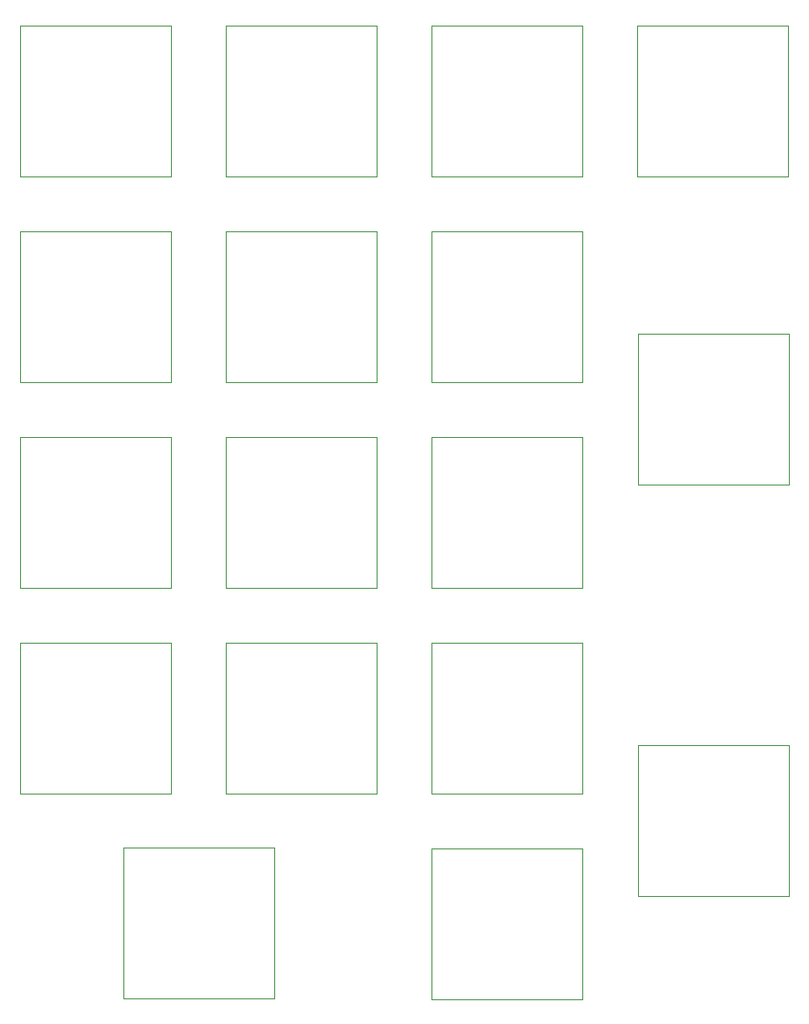
<source format=gbr>
G04 #@! TF.GenerationSoftware,KiCad,Pcbnew,(5.0.1)-3*
G04 #@! TF.CreationDate,2019-05-14T07:32:29-04:00*
G04 #@! TF.ProjectId,mulletpad-pcb,6D756C6C65747061642D7063622E6B69,rev?*
G04 #@! TF.SameCoordinates,Original*
G04 #@! TF.FileFunction,Legend,Top*
G04 #@! TF.FilePolarity,Positive*
%FSLAX46Y46*%
G04 Gerber Fmt 4.6, Leading zero omitted, Abs format (unit mm)*
G04 Created by KiCad (PCBNEW (5.0.1)-3) date 5/14/2019 7:32:29 AM*
%MOMM*%
%LPD*%
G01*
G04 APERTURE LIST*
%ADD10C,0.120000*%
G04 APERTURE END LIST*
D10*
G04 #@! TO.C,SW14*
X179451000Y-125857000D02*
X165481000Y-125857000D01*
X165481000Y-111887000D02*
X179451000Y-111887000D01*
X179451000Y-111887000D02*
X179451000Y-125857000D01*
X165481000Y-125857000D02*
X165481000Y-111887000D01*
X179451000Y-125857000D02*
X165481000Y-125857000D01*
X165481000Y-125857000D02*
X165481000Y-111887000D01*
X165481000Y-111887000D02*
X179451000Y-111887000D01*
X179451000Y-111887000D02*
X179451000Y-125857000D01*
G04 #@! TO.C,SW7*
X179451000Y-87757000D02*
X165481000Y-87757000D01*
X165481000Y-73787000D02*
X179451000Y-73787000D01*
X179451000Y-73787000D02*
X179451000Y-87757000D01*
X165481000Y-87757000D02*
X165481000Y-73787000D01*
X179451000Y-87757000D02*
X165481000Y-87757000D01*
X165481000Y-87757000D02*
X165481000Y-73787000D01*
X165481000Y-73787000D02*
X179451000Y-73787000D01*
X179451000Y-73787000D02*
X179451000Y-87757000D01*
G04 #@! TO.C,SW3*
X165354000Y-59182000D02*
X165354000Y-45212000D01*
X179324000Y-59182000D02*
X165354000Y-59182000D01*
X179324000Y-45212000D02*
X179324000Y-59182000D01*
X165354000Y-45212000D02*
X179324000Y-45212000D01*
G04 #@! TO.C,SW12*
X127254000Y-102362000D02*
X141224000Y-102362000D01*
X141224000Y-102362000D02*
X141224000Y-116332000D01*
X141224000Y-116332000D02*
X127254000Y-116332000D01*
X127254000Y-116332000D02*
X127254000Y-102362000D01*
G04 #@! TO.C,SW0*
X108204000Y-59182000D02*
X108204000Y-45212000D01*
X122174000Y-59182000D02*
X108204000Y-59182000D01*
X122174000Y-45212000D02*
X122174000Y-59182000D01*
X108204000Y-45212000D02*
X122174000Y-45212000D01*
G04 #@! TO.C,SW1*
X127254000Y-59182000D02*
X127254000Y-45212000D01*
X141224000Y-59182000D02*
X127254000Y-59182000D01*
X141224000Y-45212000D02*
X141224000Y-59182000D01*
X127254000Y-45212000D02*
X141224000Y-45212000D01*
G04 #@! TO.C,SW2*
X146304000Y-59182000D02*
X146304000Y-45212000D01*
X160274000Y-59182000D02*
X146304000Y-59182000D01*
X160274000Y-45212000D02*
X160274000Y-59182000D01*
X146304000Y-45212000D02*
X160274000Y-45212000D01*
G04 #@! TO.C,SW4*
X108204000Y-64262000D02*
X122174000Y-64262000D01*
X122174000Y-64262000D02*
X122174000Y-78232000D01*
X122174000Y-78232000D02*
X108204000Y-78232000D01*
X108204000Y-78232000D02*
X108204000Y-64262000D01*
G04 #@! TO.C,SW5*
X127254000Y-78232000D02*
X127254000Y-64262000D01*
X141224000Y-78232000D02*
X127254000Y-78232000D01*
X141224000Y-64262000D02*
X141224000Y-78232000D01*
X127254000Y-64262000D02*
X141224000Y-64262000D01*
G04 #@! TO.C,SW6*
X146304000Y-64262000D02*
X160274000Y-64262000D01*
X160274000Y-64262000D02*
X160274000Y-78232000D01*
X160274000Y-78232000D02*
X146304000Y-78232000D01*
X146304000Y-78232000D02*
X146304000Y-64262000D01*
G04 #@! TO.C,SW8*
X108204000Y-83312000D02*
X122174000Y-83312000D01*
X122174000Y-83312000D02*
X122174000Y-97282000D01*
X122174000Y-97282000D02*
X108204000Y-97282000D01*
X108204000Y-97282000D02*
X108204000Y-83312000D01*
G04 #@! TO.C,SW9*
X127254000Y-97282000D02*
X127254000Y-83312000D01*
X141224000Y-97282000D02*
X127254000Y-97282000D01*
X141224000Y-83312000D02*
X141224000Y-97282000D01*
X127254000Y-83312000D02*
X141224000Y-83312000D01*
G04 #@! TO.C,SW10*
X146304000Y-83312000D02*
X160274000Y-83312000D01*
X160274000Y-83312000D02*
X160274000Y-97282000D01*
X160274000Y-97282000D02*
X146304000Y-97282000D01*
X146304000Y-97282000D02*
X146304000Y-83312000D01*
G04 #@! TO.C,SW11*
X108204000Y-116332000D02*
X108204000Y-102362000D01*
X122174000Y-116332000D02*
X108204000Y-116332000D01*
X122174000Y-102362000D02*
X122174000Y-116332000D01*
X108204000Y-102362000D02*
X122174000Y-102362000D01*
G04 #@! TO.C,SW13*
X146304000Y-102362000D02*
X160274000Y-102362000D01*
X160274000Y-102362000D02*
X160274000Y-116332000D01*
X160274000Y-116332000D02*
X146304000Y-116332000D01*
X146304000Y-116332000D02*
X146304000Y-102362000D01*
G04 #@! TO.C,SW16*
X146304000Y-121412000D02*
X160274000Y-121412000D01*
X160274000Y-121412000D02*
X160274000Y-135382000D01*
X160274000Y-135382000D02*
X146304000Y-135382000D01*
X146304000Y-135382000D02*
X146304000Y-121412000D01*
G04 #@! TO.C,SW15*
X131751000Y-135307000D02*
X117781000Y-135307000D01*
X117781000Y-135307000D02*
X117781000Y-121337000D01*
X117781000Y-121337000D02*
X131751000Y-121337000D01*
X131751000Y-121337000D02*
X131751000Y-135307000D01*
X131751000Y-135307000D02*
X117781000Y-135307000D01*
X117781000Y-135307000D02*
X117781000Y-121337000D01*
X117781000Y-121337000D02*
X131751000Y-121337000D01*
X131751000Y-121337000D02*
X131751000Y-135307000D01*
G04 #@! TD*
M02*

</source>
